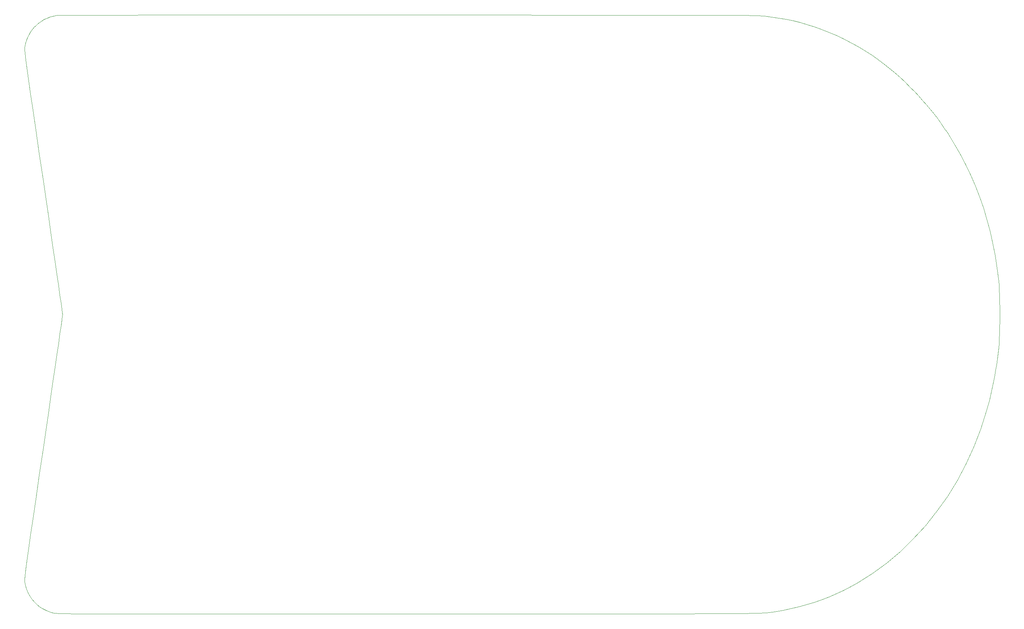
<source format=gbr>
%TF.GenerationSoftware,Flux,Pcbnew,7.0.11-7.0.11~ubuntu20.04.1*%
%TF.CreationDate,2024-08-17T04:37:03+00:00*%
%TF.ProjectId,input,696e7075-742e-46b6-9963-61645f706362,rev?*%
%TF.SameCoordinates,Original*%
%TF.FileFunction,Profile,NP*%
%FSLAX46Y46*%
G04 Gerber Fmt 4.6, Leading zero omitted, Abs format (unit mm)*
G04 Filename: pcbrobot*
G04 Build it with Flux! Visit our site at: https://www.flux.ai (PCBNEW 7.0.11-7.0.11~ubuntu20.04.1) date 2024-08-17 04:37:03*
%MOMM*%
%LPD*%
G01*
G04 APERTURE LIST*
%TA.AperFunction,Profile*%
%ADD10C,0.050000*%
%TD*%
G04 APERTURE END LIST*
D10*
X18590000Y-91000D02*
X18021416Y-203591D01*
X18021416Y-203591D02*
X17466824Y-346065D01*
X17466824Y-346065D02*
X16927219Y-517969D01*
X16927219Y-517969D02*
X16403593Y-718852D01*
X16403593Y-718852D02*
X15896939Y-948263D01*
X15896939Y-948263D02*
X15408250Y-1205750D01*
X15408250Y-1205750D02*
X14938520Y-1490862D01*
X14938520Y-1490862D02*
X14488741Y-1803148D01*
X14488741Y-1803148D02*
X14059906Y-2142156D01*
X14059906Y-2142156D02*
X13653009Y-2507435D01*
X13653009Y-2507435D02*
X13269043Y-2898534D01*
X13269043Y-2898534D02*
X12909000Y-3315000D01*
X12909000Y-3315000D02*
X12662143Y-3633538D01*
X12662143Y-3633538D02*
X12434560Y-3953384D01*
X12434560Y-3953384D02*
X12225484Y-4276391D01*
X12225484Y-4276391D02*
X12034148Y-4604407D01*
X12034148Y-4604407D02*
X11859784Y-4939285D01*
X11859784Y-4939285D02*
X11701625Y-5282875D01*
X11701625Y-5282875D02*
X11558903Y-5637027D01*
X11558903Y-5637027D02*
X11430852Y-6003593D01*
X11430852Y-6003593D02*
X11316703Y-6384422D01*
X11316703Y-6384422D02*
X11215690Y-6781366D01*
X11215690Y-6781366D02*
X11127045Y-7196275D01*
X11127045Y-7196275D02*
X11050000Y-7631000D01*
X11050000Y-7631000D02*
X11032170Y-7865655D01*
X11032170Y-7865655D02*
X11044944Y-8254819D01*
X11044944Y-8254819D02*
X11099969Y-8882047D01*
X11099969Y-8882047D02*
X11208889Y-9830889D01*
X11208889Y-9830889D02*
X11383351Y-11184898D01*
X11383351Y-11184898D02*
X11635000Y-13027625D01*
X11635000Y-13027625D02*
X11975483Y-15442623D01*
X11975483Y-15442623D02*
X12416444Y-18513444D01*
X12416444Y-18513444D02*
X12969531Y-22323641D01*
X12969531Y-22323641D02*
X13646389Y-26956764D01*
X13646389Y-26956764D02*
X14458663Y-32496366D01*
X14458663Y-32496366D02*
X15418000Y-39026000D01*
X15418000Y-39026000D02*
X16025374Y-43166959D01*
X16025374Y-43166959D02*
X16608824Y-47153588D01*
X16608824Y-47153588D02*
X17162844Y-50948016D01*
X17162844Y-50948016D02*
X17681926Y-54512370D01*
X17681926Y-54512370D02*
X18160564Y-57808781D01*
X18160564Y-57808781D02*
X18593250Y-60799375D01*
X18593250Y-60799375D02*
X18974478Y-63446282D01*
X18974478Y-63446282D02*
X19298741Y-65711630D01*
X19298741Y-65711630D02*
X19560531Y-67557547D01*
X19560531Y-67557547D02*
X19754343Y-68946162D01*
X19754343Y-68946162D02*
X19874668Y-69839604D01*
X19874668Y-69839604D02*
X19916000Y-70200000D01*
X19916000Y-70200000D02*
X19874924Y-70559877D01*
X19874924Y-70559877D02*
X19755306Y-71451852D01*
X19755306Y-71451852D02*
X19562563Y-72838188D01*
X19562563Y-72838188D02*
X19302111Y-74681148D01*
X19302111Y-74681148D02*
X18979368Y-76942998D01*
X18979368Y-76942998D02*
X18599750Y-79586000D01*
X18599750Y-79586000D02*
X18168674Y-82572419D01*
X18168674Y-82572419D02*
X17691556Y-85864519D01*
X17691556Y-85864519D02*
X17173813Y-89424563D01*
X17173813Y-89424563D02*
X16620861Y-93214815D01*
X16620861Y-93214815D02*
X16038118Y-97197539D01*
X16038118Y-97197539D02*
X15431000Y-101335000D01*
X15431000Y-101335000D02*
X14471911Y-107872119D01*
X14471911Y-107872119D02*
X13660292Y-113415370D01*
X13660292Y-113415370D02*
X12984359Y-118049344D01*
X12984359Y-118049344D02*
X12432333Y-121858630D01*
X12432333Y-121858630D02*
X11992432Y-124927818D01*
X11992432Y-124927818D02*
X11652875Y-127341500D01*
X11652875Y-127341500D02*
X11401880Y-129184265D01*
X11401880Y-129184265D02*
X11227667Y-130540704D01*
X11227667Y-130540704D02*
X11118453Y-131495406D01*
X11118453Y-131495406D02*
X11062458Y-132132963D01*
X11062458Y-132132963D02*
X11047901Y-132537964D01*
X11047901Y-132537964D02*
X11063000Y-132795000D01*
X11063000Y-132795000D02*
X11226365Y-133692782D01*
X11226365Y-133692782D02*
X11479421Y-134556259D01*
X11479421Y-134556259D02*
X11817609Y-135380375D01*
X11817609Y-135380375D02*
X12236370Y-136160074D01*
X12236370Y-136160074D02*
X12731145Y-136890301D01*
X12731145Y-136890301D02*
X13297375Y-137566000D01*
X13297375Y-137566000D02*
X13930501Y-138182116D01*
X13930501Y-138182116D02*
X14625963Y-138733593D01*
X14625963Y-138733593D02*
X15379203Y-139215375D01*
X15379203Y-139215375D02*
X16185662Y-139622407D01*
X16185662Y-139622407D02*
X17040781Y-139949634D01*
X17040781Y-139949634D02*
X17940000Y-140192000D01*
X17940000Y-140192000D02*
X18319964Y-140237041D01*
X18319964Y-140237041D02*
X19157546Y-140274995D01*
X19157546Y-140274995D02*
X20672031Y-140306359D01*
X20672031Y-140306359D02*
X23082704Y-140331630D01*
X23082704Y-140331630D02*
X26608848Y-140351303D01*
X26608848Y-140351303D02*
X31469750Y-140365875D01*
X31469750Y-140365875D02*
X37884693Y-140375843D01*
X37884693Y-140375843D02*
X46072963Y-140381704D01*
X46072963Y-140381704D02*
X56253844Y-140383953D01*
X56253844Y-140383953D02*
X68646620Y-140383088D01*
X68646620Y-140383088D02*
X83470578Y-140379605D01*
X83470578Y-140379605D02*
X100945000Y-140374000D01*
X100945000Y-140374000D02*
X118791833Y-140364656D01*
X118791833Y-140364656D02*
X133863167Y-140355583D01*
X133863167Y-140355583D02*
X146399500Y-140345969D01*
X146399500Y-140345969D02*
X156641333Y-140335000D01*
X156641333Y-140335000D02*
X164829167Y-140321865D01*
X164829167Y-140321865D02*
X171203500Y-140305750D01*
X171203500Y-140305750D02*
X176004833Y-140285844D01*
X176004833Y-140285844D02*
X179473667Y-140261333D01*
X179473667Y-140261333D02*
X181850500Y-140231406D01*
X181850500Y-140231406D02*
X183375833Y-140195250D01*
X183375833Y-140195250D02*
X184290167Y-140152052D01*
X184290167Y-140152052D02*
X184834000Y-140101000D01*
X184834000Y-140101000D02*
X186805155Y-139830535D01*
X186805155Y-139830535D02*
X188729907Y-139505949D01*
X188729907Y-139505949D02*
X190611688Y-139126203D01*
X190611688Y-139126203D02*
X192453926Y-138690259D01*
X192453926Y-138690259D02*
X194260053Y-138197079D01*
X194260053Y-138197079D02*
X196033500Y-137645625D01*
X196033500Y-137645625D02*
X197777697Y-137034858D01*
X197777697Y-137034858D02*
X199496074Y-136363741D01*
X199496074Y-136363741D02*
X201192063Y-135631234D01*
X201192063Y-135631234D02*
X202869093Y-134836301D01*
X202869093Y-134836301D02*
X204530595Y-133977902D01*
X204530595Y-133977902D02*
X206180000Y-133055000D01*
X206180000Y-133055000D02*
X209688119Y-130848400D01*
X209688119Y-130848400D02*
X213044120Y-128395704D01*
X213044120Y-128395704D02*
X216239969Y-125707563D01*
X216239969Y-125707563D02*
X219267630Y-122794630D01*
X219267630Y-122794630D02*
X222119068Y-119667558D01*
X222119068Y-119667558D02*
X224786250Y-116337000D01*
X224786250Y-116337000D02*
X227261140Y-112813609D01*
X227261140Y-112813609D02*
X229535704Y-109108037D01*
X229535704Y-109108037D02*
X231601906Y-105230938D01*
X231601906Y-105230938D02*
X233451713Y-101192963D01*
X233451713Y-101192963D02*
X235077089Y-97004766D01*
X235077089Y-97004766D02*
X236470000Y-92677000D01*
X236470000Y-92677000D02*
X236790155Y-91540147D01*
X236790155Y-91540147D02*
X237094241Y-90390926D01*
X237094241Y-90390926D02*
X237382438Y-89228344D01*
X237382438Y-89228344D02*
X237654926Y-88051407D01*
X237654926Y-88051407D02*
X237911887Y-86859124D01*
X237911887Y-86859124D02*
X238153500Y-85650500D01*
X238153500Y-85650500D02*
X238379947Y-84424543D01*
X238379947Y-84424543D02*
X238591407Y-83180259D01*
X238591407Y-83180259D02*
X238788063Y-81916656D01*
X238788063Y-81916656D02*
X238970093Y-80632741D01*
X238970093Y-80632741D02*
X239137678Y-79327520D01*
X239137678Y-79327520D02*
X239291000Y-78000000D01*
X239291000Y-78000000D02*
X239368458Y-77102187D01*
X239368458Y-77102187D02*
X239431833Y-75985000D01*
X239431833Y-75985000D02*
X239481125Y-74692313D01*
X239481125Y-74692313D02*
X239516333Y-73268000D01*
X239516333Y-73268000D02*
X239537458Y-71755937D01*
X239537458Y-71755937D02*
X239544500Y-70200000D01*
X239544500Y-70200000D02*
X239537458Y-68644062D01*
X239537458Y-68644062D02*
X239516333Y-67132000D01*
X239516333Y-67132000D02*
X239481125Y-65707687D01*
X239481125Y-65707687D02*
X239431833Y-64415000D01*
X239431833Y-64415000D02*
X239368458Y-63297812D01*
X239368458Y-63297812D02*
X239291000Y-62400000D01*
X239291000Y-62400000D02*
X238912052Y-59361920D01*
X238912052Y-59361920D02*
X238449912Y-56405856D01*
X238449912Y-56405856D02*
X237902641Y-53526078D01*
X237902641Y-53526078D02*
X237268296Y-50716852D01*
X237268296Y-50716852D02*
X236544938Y-47972445D01*
X236544938Y-47972445D02*
X235730625Y-45287125D01*
X235730625Y-45287125D02*
X234823416Y-42655159D01*
X234823416Y-42655159D02*
X233821370Y-40070815D01*
X233821370Y-40070815D02*
X232722547Y-37528359D01*
X232722547Y-37528359D02*
X231525005Y-35022060D01*
X231525005Y-35022060D02*
X230226803Y-32546185D01*
X230226803Y-32546185D02*
X228826000Y-30095000D01*
X228826000Y-30095000D02*
X228092170Y-28891514D01*
X228092170Y-28891514D02*
X227339606Y-27711366D01*
X227339606Y-27711366D02*
X226567453Y-26553516D01*
X226567453Y-26553516D02*
X225774852Y-25416926D01*
X225774852Y-25416926D02*
X224960945Y-24300558D01*
X224960945Y-24300558D02*
X224124875Y-23203375D01*
X224124875Y-23203375D02*
X223265784Y-22124337D01*
X223265784Y-22124337D02*
X222382815Y-21062407D01*
X222382815Y-21062407D02*
X221475109Y-20016547D01*
X221475109Y-20016547D02*
X220541810Y-18985718D01*
X220541810Y-18985718D02*
X219582060Y-17968881D01*
X219582060Y-17968881D02*
X218595000Y-16965000D01*
X218595000Y-16965000D02*
X217344751Y-15744362D01*
X217344751Y-15744362D02*
X216088588Y-14577394D01*
X216088588Y-14577394D02*
X214824391Y-13462516D01*
X214824391Y-13462516D02*
X213550037Y-12398148D01*
X213550037Y-12398148D02*
X212263406Y-11382711D01*
X212263406Y-11382711D02*
X210962375Y-10414625D01*
X210962375Y-10414625D02*
X209644823Y-9492310D01*
X209644823Y-9492310D02*
X208308630Y-8614185D01*
X208308630Y-8614185D02*
X206951672Y-7778672D01*
X206951672Y-7778672D02*
X205571829Y-6984190D01*
X205571829Y-6984190D02*
X204166979Y-6229159D01*
X204166979Y-6229159D02*
X202735000Y-5512000D01*
X202735000Y-5512000D02*
X201084339Y-4745474D01*
X201084339Y-4745474D02*
X199433542Y-4038125D01*
X199433542Y-4038125D02*
X197781391Y-3389547D01*
X197781391Y-3389547D02*
X196126667Y-2799333D01*
X196126667Y-2799333D02*
X194468151Y-2267078D01*
X194468151Y-2267078D02*
X192804625Y-1792375D01*
X192804625Y-1792375D02*
X191134870Y-1374818D01*
X191134870Y-1374818D02*
X189457667Y-1014000D01*
X189457667Y-1014000D02*
X187771797Y-709516D01*
X187771797Y-709516D02*
X186076042Y-460958D01*
X186076042Y-460958D02*
X184369182Y-267922D01*
X184369182Y-267922D02*
X182650000Y-130000D01*
X182650000Y-130000D02*
X179002402Y-99441D01*
X179002402Y-99441D02*
X169832963Y-72944D01*
X169832963Y-72944D02*
X156251469Y-50781D01*
X156251469Y-50781D02*
X139367704Y-33222D01*
X139367704Y-33222D02*
X120291453Y-20538D01*
X120291453Y-20538D02*
X100132500Y-13000D01*
X100132500Y-13000D02*
X80000631Y-10878D01*
X80000631Y-10878D02*
X61005630Y-14444D01*
X61005630Y-14444D02*
X44257281Y-23969D01*
X44257281Y-23969D02*
X30865370Y-39722D01*
X30865370Y-39722D02*
X21939682Y-61976D01*
X21939682Y-61976D02*
X18590000Y-91000D01*
M02*

</source>
